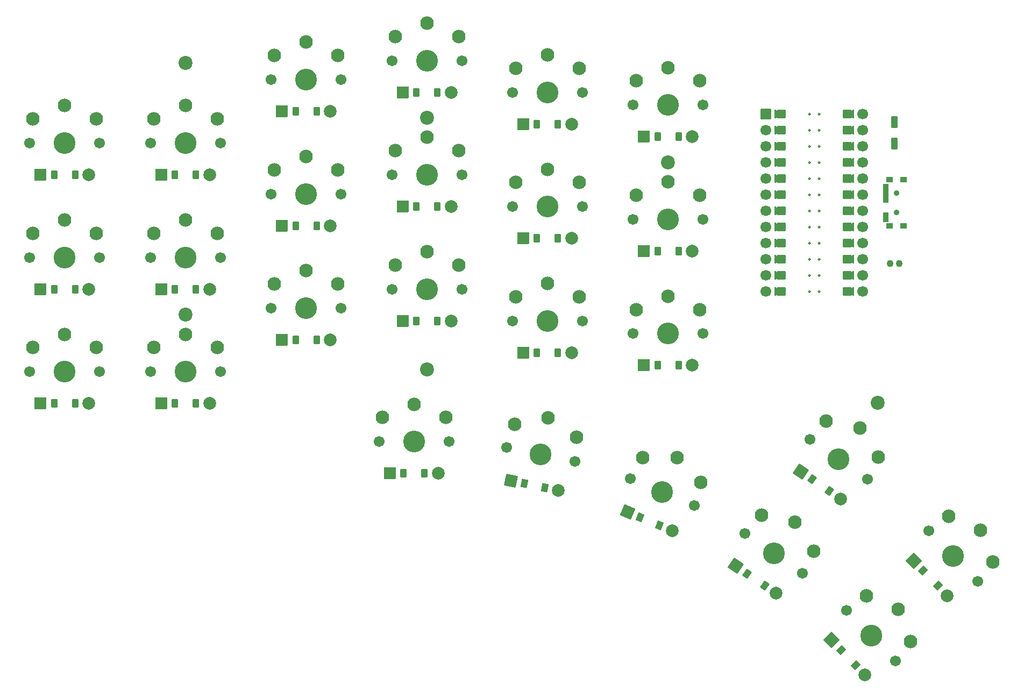
<source format=gbr>
%TF.GenerationSoftware,KiCad,Pcbnew,7.0.2-6a45011f42~172~ubuntu22.04.1*%
%TF.CreationDate,2023-05-10T23:38:50+02:00*%
%TF.ProjectId,keyboard,6b657962-6f61-4726-942e-6b696361645f,v1.0.0*%
%TF.SameCoordinates,Original*%
%TF.FileFunction,Soldermask,Top*%
%TF.FilePolarity,Negative*%
%FSLAX46Y46*%
G04 Gerber Fmt 4.6, Leading zero omitted, Abs format (unit mm)*
G04 Created by KiCad (PCBNEW 7.0.2-6a45011f42~172~ubuntu22.04.1) date 2023-05-10 23:38:50*
%MOMM*%
%LPD*%
G01*
G04 APERTURE LIST*
G04 Aperture macros list*
%AMRoundRect*
0 Rectangle with rounded corners*
0 $1 Rounding radius*
0 $2 $3 $4 $5 $6 $7 $8 $9 X,Y pos of 4 corners*
0 Add a 4 corners polygon primitive as box body*
4,1,4,$2,$3,$4,$5,$6,$7,$8,$9,$2,$3,0*
0 Add four circle primitives for the rounded corners*
1,1,$1+$1,$2,$3*
1,1,$1+$1,$4,$5*
1,1,$1+$1,$6,$7*
1,1,$1+$1,$8,$9*
0 Add four rect primitives between the rounded corners*
20,1,$1+$1,$2,$3,$4,$5,0*
20,1,$1+$1,$4,$5,$6,$7,0*
20,1,$1+$1,$6,$7,$8,$9,0*
20,1,$1+$1,$8,$9,$2,$3,0*%
%AMFreePoly0*
4,1,14,0.635355,0.435355,0.650000,0.400000,0.650000,0.200000,0.635355,0.164645,0.035355,-0.435355,0.000000,-0.450000,-0.035355,-0.435355,-0.635355,0.164645,-0.650000,0.200000,-0.650000,0.400000,-0.635355,0.435355,-0.600000,0.450000,0.600000,0.450000,0.635355,0.435355,0.635355,0.435355,$1*%
%AMFreePoly1*
4,1,16,0.635355,1.035355,0.650000,1.000000,0.650000,-0.250000,0.635355,-0.285355,0.600000,-0.300000,-0.600000,-0.300000,-0.635355,-0.285355,-0.650000,-0.250000,-0.650000,1.000000,-0.635355,1.035355,-0.600000,1.050000,-0.564645,1.035355,0.000000,0.470710,0.564645,1.035355,0.600000,1.050000,0.635355,1.035355,0.635355,1.035355,$1*%
G04 Aperture macros list end*
%ADD10C,0.250000*%
%ADD11C,0.100000*%
%ADD12C,1.100000*%
%ADD13C,1.701800*%
%ADD14C,3.429000*%
%ADD15C,2.132000*%
%ADD16C,2.200000*%
%ADD17RoundRect,0.050000X-0.889000X-0.889000X0.889000X-0.889000X0.889000X0.889000X-0.889000X0.889000X0*%
%ADD18RoundRect,0.050000X-0.450000X-0.600000X0.450000X-0.600000X0.450000X0.600000X-0.450000X0.600000X0*%
%ADD19C,2.005000*%
%ADD20RoundRect,0.050000X-1.165689X-0.470969X0.470969X-1.165689X1.165689X0.470969X-0.470969X1.165689X0*%
%ADD21RoundRect,0.050000X-0.648666X-0.376474X0.179789X-0.728132X0.648666X0.376474X-0.179789X0.728132X0*%
%ADD22RoundRect,0.050000X-1.257044X0.021942X-0.021942X-1.257044X1.257044X-0.021942X0.021942X1.257044X0*%
%ADD23RoundRect,0.050000X-0.744200X-0.093092X-0.119008X-0.740498X0.744200X0.093092X0.119008X0.740498X0*%
%ADD24RoundRect,0.050000X-1.236183X-0.229113X0.229113X-1.236183X1.236183X0.229113X-0.229113X1.236183X0*%
%ADD25RoundRect,0.050000X-0.710701X-0.239593X0.031013X-0.749359X0.710701X0.239593X-0.031013X0.749359X0*%
%ADD26RoundRect,0.050000X-0.500000X-0.400000X0.500000X-0.400000X0.500000X0.400000X-0.500000X0.400000X0*%
%ADD27C,0.900000*%
%ADD28RoundRect,0.050000X-0.350000X-0.750000X0.350000X-0.750000X0.350000X0.750000X-0.350000X0.750000X0*%
%ADD29RoundRect,0.050000X-0.450000X-0.850000X0.450000X-0.850000X0.450000X0.850000X-0.450000X0.850000X0*%
%ADD30RoundRect,0.050000X-1.048391X-0.693915X0.693915X-1.048391X1.048391X0.693915X-0.693915X1.048391X0*%
%ADD31RoundRect,0.050000X-0.560587X-0.498239X0.321345X-0.677670X0.560587X0.498239X-0.321345X0.677670X0*%
%ADD32C,1.700000*%
%ADD33FreePoly0,270.000000*%
%ADD34FreePoly0,90.000000*%
%ADD35RoundRect,0.050000X-0.800000X0.800000X-0.800000X-0.800000X0.800000X-0.800000X0.800000X0.800000X0*%
%ADD36FreePoly1,270.000000*%
%ADD37FreePoly1,90.000000*%
G04 APERTURE END LIST*
D10*
%TO.C,MCU1*%
X218887000Y-59430000D02*
G75*
G03*
X218887000Y-59430000I-125000J0D01*
G01*
X217363000Y-59430000D02*
G75*
G03*
X217363000Y-59430000I-125000J0D01*
G01*
X218887000Y-61970000D02*
G75*
G03*
X218887000Y-61970000I-125000J0D01*
G01*
X217363000Y-61970000D02*
G75*
G03*
X217363000Y-61970000I-125000J0D01*
G01*
X218887000Y-64510000D02*
G75*
G03*
X218887000Y-64510000I-125000J0D01*
G01*
X217363000Y-64510000D02*
G75*
G03*
X217363000Y-64510000I-125000J0D01*
G01*
X218887000Y-67050000D02*
G75*
G03*
X218887000Y-67050000I-125000J0D01*
G01*
X217363000Y-67050000D02*
G75*
G03*
X217363000Y-67050000I-125000J0D01*
G01*
X218887000Y-69590000D02*
G75*
G03*
X218887000Y-69590000I-125000J0D01*
G01*
X217363000Y-69590000D02*
G75*
G03*
X217363000Y-69590000I-125000J0D01*
G01*
X218887000Y-72130000D02*
G75*
G03*
X218887000Y-72130000I-125000J0D01*
G01*
X217363000Y-72130000D02*
G75*
G03*
X217363000Y-72130000I-125000J0D01*
G01*
X218887000Y-74670000D02*
G75*
G03*
X218887000Y-74670000I-125000J0D01*
G01*
X217363000Y-74670000D02*
G75*
G03*
X217363000Y-74670000I-125000J0D01*
G01*
X218887000Y-77210000D02*
G75*
G03*
X218887000Y-77210000I-125000J0D01*
G01*
X217363000Y-77210000D02*
G75*
G03*
X217363000Y-77210000I-125000J0D01*
G01*
X218887000Y-79750000D02*
G75*
G03*
X218887000Y-79750000I-125000J0D01*
G01*
X217363000Y-79750000D02*
G75*
G03*
X217363000Y-79750000I-125000J0D01*
G01*
X218887000Y-82290000D02*
G75*
G03*
X218887000Y-82290000I-125000J0D01*
G01*
X217363000Y-82290000D02*
G75*
G03*
X217363000Y-82290000I-125000J0D01*
G01*
X218887000Y-84830000D02*
G75*
G03*
X218887000Y-84830000I-125000J0D01*
G01*
X217363000Y-84830000D02*
G75*
G03*
X217363000Y-84830000I-125000J0D01*
G01*
X218887000Y-87370000D02*
G75*
G03*
X218887000Y-87370000I-125000J0D01*
G01*
X217363000Y-87370000D02*
G75*
G03*
X217363000Y-87370000I-125000J0D01*
G01*
D11*
X212920000Y-59938000D02*
X211904000Y-59938000D01*
X211904000Y-58922000D01*
X212920000Y-58922000D01*
X212920000Y-59938000D01*
G36*
X212920000Y-59938000D02*
G01*
X211904000Y-59938000D01*
X211904000Y-58922000D01*
X212920000Y-58922000D01*
X212920000Y-59938000D01*
G37*
X224096000Y-59938000D02*
X223080000Y-59938000D01*
X223080000Y-58922000D01*
X224096000Y-58922000D01*
X224096000Y-59938000D01*
G36*
X224096000Y-59938000D02*
G01*
X223080000Y-59938000D01*
X223080000Y-58922000D01*
X224096000Y-58922000D01*
X224096000Y-59938000D01*
G37*
X212920000Y-62478000D02*
X211904000Y-62478000D01*
X211904000Y-61462000D01*
X212920000Y-61462000D01*
X212920000Y-62478000D01*
G36*
X212920000Y-62478000D02*
G01*
X211904000Y-62478000D01*
X211904000Y-61462000D01*
X212920000Y-61462000D01*
X212920000Y-62478000D01*
G37*
X224096000Y-62478000D02*
X223080000Y-62478000D01*
X223080000Y-61462000D01*
X224096000Y-61462000D01*
X224096000Y-62478000D01*
G36*
X224096000Y-62478000D02*
G01*
X223080000Y-62478000D01*
X223080000Y-61462000D01*
X224096000Y-61462000D01*
X224096000Y-62478000D01*
G37*
X212920000Y-65018000D02*
X211904000Y-65018000D01*
X211904000Y-64002000D01*
X212920000Y-64002000D01*
X212920000Y-65018000D01*
G36*
X212920000Y-65018000D02*
G01*
X211904000Y-65018000D01*
X211904000Y-64002000D01*
X212920000Y-64002000D01*
X212920000Y-65018000D01*
G37*
X224096000Y-65018000D02*
X223080000Y-65018000D01*
X223080000Y-64002000D01*
X224096000Y-64002000D01*
X224096000Y-65018000D01*
G36*
X224096000Y-65018000D02*
G01*
X223080000Y-65018000D01*
X223080000Y-64002000D01*
X224096000Y-64002000D01*
X224096000Y-65018000D01*
G37*
X212920000Y-67558000D02*
X211904000Y-67558000D01*
X211904000Y-66542000D01*
X212920000Y-66542000D01*
X212920000Y-67558000D01*
G36*
X212920000Y-67558000D02*
G01*
X211904000Y-67558000D01*
X211904000Y-66542000D01*
X212920000Y-66542000D01*
X212920000Y-67558000D01*
G37*
X224096000Y-67558000D02*
X223080000Y-67558000D01*
X223080000Y-66542000D01*
X224096000Y-66542000D01*
X224096000Y-67558000D01*
G36*
X224096000Y-67558000D02*
G01*
X223080000Y-67558000D01*
X223080000Y-66542000D01*
X224096000Y-66542000D01*
X224096000Y-67558000D01*
G37*
X212920000Y-70098000D02*
X211904000Y-70098000D01*
X211904000Y-69082000D01*
X212920000Y-69082000D01*
X212920000Y-70098000D01*
G36*
X212920000Y-70098000D02*
G01*
X211904000Y-70098000D01*
X211904000Y-69082000D01*
X212920000Y-69082000D01*
X212920000Y-70098000D01*
G37*
X224096000Y-70098000D02*
X223080000Y-70098000D01*
X223080000Y-69082000D01*
X224096000Y-69082000D01*
X224096000Y-70098000D01*
G36*
X224096000Y-70098000D02*
G01*
X223080000Y-70098000D01*
X223080000Y-69082000D01*
X224096000Y-69082000D01*
X224096000Y-70098000D01*
G37*
X212920000Y-72638000D02*
X211904000Y-72638000D01*
X211904000Y-71622000D01*
X212920000Y-71622000D01*
X212920000Y-72638000D01*
G36*
X212920000Y-72638000D02*
G01*
X211904000Y-72638000D01*
X211904000Y-71622000D01*
X212920000Y-71622000D01*
X212920000Y-72638000D01*
G37*
X224096000Y-72638000D02*
X223080000Y-72638000D01*
X223080000Y-71622000D01*
X224096000Y-71622000D01*
X224096000Y-72638000D01*
G36*
X224096000Y-72638000D02*
G01*
X223080000Y-72638000D01*
X223080000Y-71622000D01*
X224096000Y-71622000D01*
X224096000Y-72638000D01*
G37*
X212920000Y-75178000D02*
X211904000Y-75178000D01*
X211904000Y-74162000D01*
X212920000Y-74162000D01*
X212920000Y-75178000D01*
G36*
X212920000Y-75178000D02*
G01*
X211904000Y-75178000D01*
X211904000Y-74162000D01*
X212920000Y-74162000D01*
X212920000Y-75178000D01*
G37*
X224096000Y-75178000D02*
X223080000Y-75178000D01*
X223080000Y-74162000D01*
X224096000Y-74162000D01*
X224096000Y-75178000D01*
G36*
X224096000Y-75178000D02*
G01*
X223080000Y-75178000D01*
X223080000Y-74162000D01*
X224096000Y-74162000D01*
X224096000Y-75178000D01*
G37*
X212920000Y-77718000D02*
X211904000Y-77718000D01*
X211904000Y-76702000D01*
X212920000Y-76702000D01*
X212920000Y-77718000D01*
G36*
X212920000Y-77718000D02*
G01*
X211904000Y-77718000D01*
X211904000Y-76702000D01*
X212920000Y-76702000D01*
X212920000Y-77718000D01*
G37*
X224096000Y-77718000D02*
X223080000Y-77718000D01*
X223080000Y-76702000D01*
X224096000Y-76702000D01*
X224096000Y-77718000D01*
G36*
X224096000Y-77718000D02*
G01*
X223080000Y-77718000D01*
X223080000Y-76702000D01*
X224096000Y-76702000D01*
X224096000Y-77718000D01*
G37*
X212920000Y-80258000D02*
X211904000Y-80258000D01*
X211904000Y-79242000D01*
X212920000Y-79242000D01*
X212920000Y-80258000D01*
G36*
X212920000Y-80258000D02*
G01*
X211904000Y-80258000D01*
X211904000Y-79242000D01*
X212920000Y-79242000D01*
X212920000Y-80258000D01*
G37*
X224096000Y-80258000D02*
X223080000Y-80258000D01*
X223080000Y-79242000D01*
X224096000Y-79242000D01*
X224096000Y-80258000D01*
G36*
X224096000Y-80258000D02*
G01*
X223080000Y-80258000D01*
X223080000Y-79242000D01*
X224096000Y-79242000D01*
X224096000Y-80258000D01*
G37*
X212920000Y-82798000D02*
X211904000Y-82798000D01*
X211904000Y-81782000D01*
X212920000Y-81782000D01*
X212920000Y-82798000D01*
G36*
X212920000Y-82798000D02*
G01*
X211904000Y-82798000D01*
X211904000Y-81782000D01*
X212920000Y-81782000D01*
X212920000Y-82798000D01*
G37*
X224096000Y-82798000D02*
X223080000Y-82798000D01*
X223080000Y-81782000D01*
X224096000Y-81782000D01*
X224096000Y-82798000D01*
G36*
X224096000Y-82798000D02*
G01*
X223080000Y-82798000D01*
X223080000Y-81782000D01*
X224096000Y-81782000D01*
X224096000Y-82798000D01*
G37*
X212920000Y-85338000D02*
X211904000Y-85338000D01*
X211904000Y-84322000D01*
X212920000Y-84322000D01*
X212920000Y-85338000D01*
G36*
X212920000Y-85338000D02*
G01*
X211904000Y-85338000D01*
X211904000Y-84322000D01*
X212920000Y-84322000D01*
X212920000Y-85338000D01*
G37*
X224096000Y-85338000D02*
X223080000Y-85338000D01*
X223080000Y-84322000D01*
X224096000Y-84322000D01*
X224096000Y-85338000D01*
G36*
X224096000Y-85338000D02*
G01*
X223080000Y-85338000D01*
X223080000Y-84322000D01*
X224096000Y-84322000D01*
X224096000Y-85338000D01*
G37*
X212920000Y-87878000D02*
X211904000Y-87878000D01*
X211904000Y-86862000D01*
X212920000Y-86862000D01*
X212920000Y-87878000D01*
G36*
X212920000Y-87878000D02*
G01*
X211904000Y-87878000D01*
X211904000Y-86862000D01*
X212920000Y-86862000D01*
X212920000Y-87878000D01*
G37*
X224096000Y-87878000D02*
X223080000Y-87878000D01*
X223080000Y-86862000D01*
X224096000Y-86862000D01*
X224096000Y-87878000D01*
G36*
X224096000Y-87878000D02*
G01*
X223080000Y-87878000D01*
X223080000Y-86862000D01*
X224096000Y-86862000D01*
X224096000Y-87878000D01*
G37*
%TD*%
D12*
%TO.C,*%
X231400000Y-83000000D03*
X229900000Y-83000000D03*
%TD*%
D13*
%TO.C,S4*%
X113500000Y-100000000D03*
D14*
X119000000Y-100000000D03*
D13*
X124500000Y-100000000D03*
D15*
X114000000Y-96200000D03*
X124000000Y-96200000D03*
X119000000Y-94100000D03*
X119000000Y-94100000D03*
%TD*%
D13*
%TO.C,S21*%
X189010336Y-116800494D03*
D14*
X194073113Y-118949515D03*
D13*
X199135890Y-121098536D03*
D15*
X190955367Y-113497941D03*
X200160416Y-117405252D03*
X196378427Y-113518536D03*
X196378427Y-113518536D03*
%TD*%
D16*
%TO.C,_8*%
X227953123Y-104852547D03*
%TD*%
D13*
%TO.C,S9*%
X132500000Y-54000000D03*
D14*
X138000000Y-54000000D03*
D13*
X143500000Y-54000000D03*
D15*
X133000000Y-50200000D03*
X143000000Y-50200000D03*
X138000000Y-48100000D03*
X138000000Y-48100000D03*
%TD*%
D17*
%TO.C,D1*%
X96190000Y-105000000D03*
D18*
X98350000Y-105000000D03*
X101650000Y-105000000D03*
D19*
X103810000Y-105000000D03*
%TD*%
D13*
%TO.C,S7*%
X132500000Y-90000000D03*
D14*
X138000000Y-90000000D03*
D13*
X143500000Y-90000000D03*
D15*
X133000000Y-86200000D03*
X143000000Y-86200000D03*
X138000000Y-84100000D03*
X138000000Y-84100000D03*
%TD*%
D17*
%TO.C,D7*%
X134190000Y-95000000D03*
D18*
X136350000Y-95000000D03*
X139650000Y-95000000D03*
D19*
X141810000Y-95000000D03*
%TD*%
D17*
%TO.C,D14*%
X172190000Y-79000000D03*
D18*
X174350000Y-79000000D03*
X177650000Y-79000000D03*
D19*
X179810000Y-79000000D03*
%TD*%
D20*
%TO.C,D21*%
X188612334Y-122063353D03*
D21*
X190600624Y-122907333D03*
X193638290Y-124196745D03*
D19*
X195626580Y-125040725D03*
%TD*%
D13*
%TO.C,S17*%
X189500000Y-76000000D03*
D14*
X195000000Y-76000000D03*
D13*
X200500000Y-76000000D03*
D15*
X190000000Y-72200000D03*
X200000000Y-72200000D03*
X195000000Y-70100000D03*
X195000000Y-70100000D03*
%TD*%
D13*
%TO.C,S11*%
X151500000Y-69000000D03*
D14*
X157000000Y-69000000D03*
D13*
X162500000Y-69000000D03*
D15*
X152000000Y-65200000D03*
X162000000Y-65200000D03*
X157000000Y-63100000D03*
X157000000Y-63100000D03*
%TD*%
D22*
%TO.C,D24*%
X220690633Y-142266770D03*
D23*
X222191095Y-143820544D03*
X224483467Y-146194366D03*
D19*
X225983929Y-147748140D03*
%TD*%
D17*
%TO.C,D9*%
X134190000Y-59000000D03*
D18*
X136350000Y-59000000D03*
X139650000Y-59000000D03*
D19*
X141810000Y-59000000D03*
%TD*%
D16*
%TO.C,_5*%
X119000000Y-91000000D03*
%TD*%
D17*
%TO.C,D3*%
X96190000Y-69000000D03*
D18*
X98350000Y-69000000D03*
X101650000Y-69000000D03*
D19*
X103810000Y-69000000D03*
%TD*%
D16*
%TO.C,_9*%
X195000000Y-67000000D03*
%TD*%
D13*
%TO.C,S6*%
X113500000Y-64000000D03*
D14*
X119000000Y-64000000D03*
D13*
X124500000Y-64000000D03*
D15*
X114000000Y-60200000D03*
X124000000Y-60200000D03*
X119000000Y-58100000D03*
X119000000Y-58100000D03*
%TD*%
D24*
%TO.C,D23*%
X215863984Y-115715733D03*
D25*
X217644097Y-116939171D03*
X220363713Y-118808311D03*
D19*
X222143826Y-120031749D03*
%TD*%
D13*
%TO.C,S14*%
X170500000Y-74000000D03*
D14*
X176000000Y-74000000D03*
D13*
X181500000Y-74000000D03*
D15*
X171000000Y-70200000D03*
X181000000Y-70200000D03*
X176000000Y-68100000D03*
X176000000Y-68100000D03*
%TD*%
D17*
%TO.C,D13*%
X172190000Y-97000000D03*
D18*
X174350000Y-97000000D03*
X177650000Y-97000000D03*
D19*
X179810000Y-97000000D03*
%TD*%
D13*
%TO.C,S18*%
X189500000Y-58000000D03*
D14*
X195000000Y-58000000D03*
D13*
X200500000Y-58000000D03*
D15*
X190000000Y-54200000D03*
X200000000Y-54200000D03*
X195000000Y-52100000D03*
X195000000Y-52100000D03*
%TD*%
D13*
%TO.C,S16*%
X189500000Y-94000000D03*
D14*
X195000000Y-94000000D03*
D13*
X200500000Y-94000000D03*
D15*
X190000000Y-90200000D03*
X200000000Y-90200000D03*
X195000000Y-88100000D03*
X195000000Y-88100000D03*
%TD*%
D13*
%TO.C,S2*%
X94500000Y-82000000D03*
D14*
X100000000Y-82000000D03*
D13*
X105500000Y-82000000D03*
D15*
X95000000Y-78200000D03*
X105000000Y-78200000D03*
X100000000Y-76100000D03*
X100000000Y-76100000D03*
%TD*%
D13*
%TO.C,S23*%
X217303242Y-110637876D03*
D14*
X221835936Y-113753110D03*
D13*
X226368630Y-116868344D03*
D15*
X219867649Y-107789399D03*
X228108911Y-113453462D03*
X225177733Y-108890765D03*
X225177733Y-108890765D03*
%TD*%
D17*
%TO.C,D19*%
X151190000Y-116000000D03*
D18*
X153350000Y-116000000D03*
X156650000Y-116000000D03*
D19*
X158810000Y-116000000D03*
%TD*%
D13*
%TO.C,S12*%
X151500000Y-51000000D03*
D14*
X157000000Y-51000000D03*
D13*
X162500000Y-51000000D03*
D15*
X152000000Y-47200000D03*
X162000000Y-47200000D03*
X157000000Y-45100000D03*
X157000000Y-45100000D03*
%TD*%
D13*
%TO.C,S1*%
X94500000Y-100000000D03*
D14*
X100000000Y-100000000D03*
D13*
X105500000Y-100000000D03*
D15*
X95000000Y-96200000D03*
X105000000Y-96200000D03*
X100000000Y-94100000D03*
X100000000Y-94100000D03*
%TD*%
D26*
%TO.C,*%
X229870000Y-77050000D03*
X232080000Y-77050000D03*
D27*
X230980000Y-74900000D03*
X230980000Y-74900000D03*
X230980000Y-71900000D03*
X230980000Y-71900000D03*
D26*
X229870000Y-69750000D03*
X232080000Y-69750000D03*
D28*
X229220000Y-75650000D03*
X229220000Y-72650000D03*
X229220000Y-71150000D03*
%TD*%
D13*
%TO.C,S13*%
X170500000Y-92000000D03*
D14*
X176000000Y-92000000D03*
D13*
X181500000Y-92000000D03*
D15*
X171000000Y-88200000D03*
X181000000Y-88200000D03*
X176000000Y-86100000D03*
X176000000Y-86100000D03*
%TD*%
D13*
%TO.C,S15*%
X170500000Y-56000000D03*
D14*
X176000000Y-56000000D03*
D13*
X181500000Y-56000000D03*
D15*
X171000000Y-52200000D03*
X181000000Y-52200000D03*
X176000000Y-50100000D03*
X176000000Y-50100000D03*
%TD*%
D13*
%TO.C,S20*%
X169547207Y-111911006D03*
D14*
X174936793Y-113007530D03*
D13*
X180326379Y-114104054D03*
D15*
X170794768Y-108286976D03*
X180594015Y-110280656D03*
X176113064Y-107225974D03*
X176113064Y-107225974D03*
%TD*%
D29*
%TO.C,*%
X230650000Y-60700000D03*
X230650000Y-64100000D03*
%TD*%
D30*
%TO.C,D20*%
X170206441Y-117147561D03*
D31*
X172323078Y-117578196D03*
X175556830Y-118236110D03*
D19*
X177673467Y-118666745D03*
%TD*%
D17*
%TO.C,D10*%
X153190000Y-92000000D03*
D18*
X155350000Y-92000000D03*
X158650000Y-92000000D03*
D19*
X160810000Y-92000000D03*
%TD*%
D13*
%TO.C,S8*%
X132500000Y-72000000D03*
D14*
X138000000Y-72000000D03*
D13*
X143500000Y-72000000D03*
D15*
X133000000Y-68200000D03*
X143000000Y-68200000D03*
X138000000Y-66100000D03*
X138000000Y-66100000D03*
%TD*%
D16*
%TO.C,_6*%
X157000000Y-60000000D03*
%TD*%
D17*
%TO.C,D17*%
X191190000Y-81000000D03*
D18*
X193350000Y-81000000D03*
X196650000Y-81000000D03*
D19*
X198810000Y-81000000D03*
%TD*%
D13*
%TO.C,S25*%
X236061475Y-125073943D03*
D14*
X239882096Y-129030312D03*
D13*
X243702717Y-132986681D03*
D15*
X239142295Y-122793911D03*
X246088879Y-129987309D03*
X244126201Y-124931828D03*
X244126201Y-124931828D03*
%TD*%
D17*
%TO.C,D2*%
X96190000Y-87000000D03*
D18*
X98350000Y-87000000D03*
X101650000Y-87000000D03*
D19*
X103810000Y-87000000D03*
%TD*%
D17*
%TO.C,D8*%
X134190000Y-77000000D03*
D18*
X136350000Y-77000000D03*
X139650000Y-77000000D03*
D19*
X141810000Y-77000000D03*
%TD*%
D17*
%TO.C,D5*%
X115190000Y-87000000D03*
D18*
X117350000Y-87000000D03*
X120650000Y-87000000D03*
D19*
X122810000Y-87000000D03*
%TD*%
D13*
%TO.C,S10*%
X151500000Y-87000000D03*
D14*
X157000000Y-87000000D03*
D13*
X162500000Y-87000000D03*
D15*
X152000000Y-83200000D03*
X162000000Y-83200000D03*
X157000000Y-81100000D03*
X157000000Y-81100000D03*
%TD*%
D17*
%TO.C,D11*%
X153190000Y-74000000D03*
D18*
X155350000Y-74000000D03*
X158650000Y-74000000D03*
D19*
X160810000Y-74000000D03*
%TD*%
D17*
%TO.C,D16*%
X191190000Y-99000000D03*
D18*
X193350000Y-99000000D03*
X196650000Y-99000000D03*
D19*
X198810000Y-99000000D03*
%TD*%
D13*
%TO.C,S24*%
X223113359Y-137577794D03*
D14*
X226933980Y-141534163D03*
D13*
X230754601Y-145490532D03*
D15*
X226194179Y-135297762D03*
X233140763Y-142491160D03*
X231178085Y-137435679D03*
X231178085Y-137435679D03*
%TD*%
D13*
%TO.C,S5*%
X113500000Y-82000000D03*
D14*
X119000000Y-82000000D03*
D13*
X124500000Y-82000000D03*
D15*
X114000000Y-78200000D03*
X124000000Y-78200000D03*
X119000000Y-76100000D03*
X119000000Y-76100000D03*
%TD*%
D13*
%TO.C,S22*%
X207107930Y-125472147D03*
D14*
X211640624Y-128587381D03*
D13*
X216173318Y-131702615D03*
D15*
X209672337Y-122623670D03*
X217913599Y-128287733D03*
X214982421Y-123725036D03*
X214982421Y-123725036D03*
%TD*%
D22*
%TO.C,D25*%
X233638749Y-129762919D03*
D23*
X235139211Y-131316693D03*
X237431583Y-133690515D03*
D19*
X238932045Y-135244289D03*
%TD*%
D13*
%TO.C,S19*%
X149500000Y-111000000D03*
D14*
X155000000Y-111000000D03*
D13*
X160500000Y-111000000D03*
D15*
X150000000Y-107200000D03*
X160000000Y-107200000D03*
X155000000Y-105100000D03*
X155000000Y-105100000D03*
%TD*%
D17*
%TO.C,D12*%
X153190000Y-56000000D03*
D18*
X155350000Y-56000000D03*
X158650000Y-56000000D03*
D19*
X160810000Y-56000000D03*
%TD*%
D17*
%TO.C,D18*%
X191190000Y-63000000D03*
D18*
X193350000Y-63000000D03*
X196650000Y-63000000D03*
D19*
X198810000Y-63000000D03*
%TD*%
D16*
%TO.C,_4*%
X119000000Y-51400000D03*
%TD*%
D17*
%TO.C,D6*%
X115190000Y-69000000D03*
D18*
X117350000Y-69000000D03*
X120650000Y-69000000D03*
D19*
X122810000Y-69000000D03*
%TD*%
D24*
%TO.C,D22*%
X205668672Y-130550004D03*
D25*
X207448785Y-131773442D03*
X210168401Y-133642582D03*
D19*
X211948514Y-134866020D03*
%TD*%
D17*
%TO.C,D4*%
X115190000Y-105000000D03*
D18*
X117350000Y-105000000D03*
X120650000Y-105000000D03*
D19*
X122810000Y-105000000D03*
%TD*%
D16*
%TO.C,_7*%
X157000000Y-99600000D03*
%TD*%
D32*
%TO.C,MCU1*%
X225620000Y-59430000D03*
D33*
X223842000Y-59430000D03*
D34*
X212158000Y-59430000D03*
D32*
X210380000Y-59430000D03*
D35*
X210380000Y-59430000D03*
D32*
X225620000Y-61970000D03*
D33*
X223842000Y-61970000D03*
D34*
X212158000Y-61970000D03*
D32*
X210380000Y-61970000D03*
X225620000Y-64510000D03*
D33*
X223842000Y-64510000D03*
D34*
X212158000Y-64510000D03*
D32*
X210380000Y-64510000D03*
X225620000Y-67050000D03*
D33*
X223842000Y-67050000D03*
D34*
X212158000Y-67050000D03*
D32*
X210380000Y-67050000D03*
X225620000Y-69590000D03*
D33*
X223842000Y-69590000D03*
D34*
X212158000Y-69590000D03*
D32*
X210380000Y-69590000D03*
X225620000Y-72130000D03*
D33*
X223842000Y-72130000D03*
D34*
X212158000Y-72130000D03*
D32*
X210380000Y-72130000D03*
X225620000Y-74670000D03*
D33*
X223842000Y-74670000D03*
D34*
X212158000Y-74670000D03*
D32*
X210380000Y-74670000D03*
X225620000Y-77210000D03*
D33*
X223842000Y-77210000D03*
D34*
X212158000Y-77210000D03*
D32*
X210380000Y-77210000D03*
X225620000Y-79750000D03*
D33*
X223842000Y-79750000D03*
D34*
X212158000Y-79750000D03*
D32*
X210380000Y-79750000D03*
X225620000Y-82290000D03*
D33*
X223842000Y-82290000D03*
D34*
X212158000Y-82290000D03*
D32*
X210380000Y-82290000D03*
X225620000Y-84830000D03*
D33*
X223842000Y-84830000D03*
D34*
X212158000Y-84830000D03*
D32*
X210380000Y-84830000D03*
X225620000Y-87370000D03*
D33*
X223842000Y-87370000D03*
D34*
X212158000Y-87370000D03*
D32*
X210380000Y-87370000D03*
D36*
X222826000Y-59430000D03*
X222826000Y-61970000D03*
X222826000Y-64510000D03*
X222826000Y-67050000D03*
X222826000Y-69590000D03*
X222826000Y-72130000D03*
X222826000Y-74670000D03*
X222826000Y-77210000D03*
X222826000Y-79750000D03*
X222826000Y-82290000D03*
X222826000Y-84830000D03*
X222826000Y-87370000D03*
D37*
X213174000Y-87370000D03*
X213174000Y-84830000D03*
X213174000Y-82290000D03*
X213174000Y-79750000D03*
X213174000Y-77210000D03*
X213174000Y-74670000D03*
X213174000Y-72130000D03*
X213174000Y-69590000D03*
X213174000Y-67050000D03*
X213174000Y-64510000D03*
X213174000Y-61970000D03*
X213174000Y-59430000D03*
%TD*%
D17*
%TO.C,D15*%
X172190000Y-61000000D03*
D18*
X174350000Y-61000000D03*
X177650000Y-61000000D03*
D19*
X179810000Y-61000000D03*
%TD*%
D13*
%TO.C,S3*%
X94500000Y-64000000D03*
D14*
X100000000Y-64000000D03*
D13*
X105500000Y-64000000D03*
D15*
X95000000Y-60200000D03*
X105000000Y-60200000D03*
X100000000Y-58100000D03*
X100000000Y-58100000D03*
%TD*%
M02*

</source>
